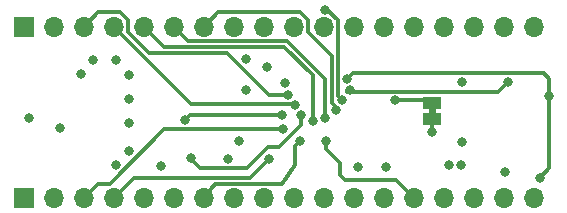
<source format=gbr>
%TF.GenerationSoftware,KiCad,Pcbnew,(5.1.10-1-10_14)*%
%TF.CreationDate,2021-07-19T22:46:51-06:00*%
%TF.ProjectId,f0-study-board,66302d73-7475-4647-992d-626f6172642e,rev?*%
%TF.SameCoordinates,Original*%
%TF.FileFunction,Copper,L4,Bot*%
%TF.FilePolarity,Positive*%
%FSLAX46Y46*%
G04 Gerber Fmt 4.6, Leading zero omitted, Abs format (unit mm)*
G04 Created by KiCad (PCBNEW (5.1.10-1-10_14)) date 2021-07-19 22:46:51*
%MOMM*%
%LPD*%
G01*
G04 APERTURE LIST*
%TA.AperFunction,EtchedComponent*%
%ADD10C,0.100000*%
%TD*%
%TA.AperFunction,SMDPad,CuDef*%
%ADD11R,1.500000X1.000000*%
%TD*%
%TA.AperFunction,ComponentPad*%
%ADD12O,1.700000X1.700000*%
%TD*%
%TA.AperFunction,ComponentPad*%
%ADD13R,1.700000X1.700000*%
%TD*%
%TA.AperFunction,ViaPad*%
%ADD14C,0.800000*%
%TD*%
%TA.AperFunction,Conductor*%
%ADD15C,0.300000*%
%TD*%
G04 APERTURE END LIST*
D10*
%TO.C,JP1*%
G36*
X134300000Y-106900000D02*
G01*
X134300000Y-107400000D01*
X134900000Y-107400000D01*
X134900000Y-106900000D01*
X134300000Y-106900000D01*
G37*
%TD*%
D11*
%TO.P,JP1,2*%
%TO.N,Net-(D2-Pad2)*%
X134600000Y-107800000D03*
%TO.P,JP1,1*%
%TO.N,PA11*%
X134600000Y-106500000D03*
%TD*%
D12*
%TO.P,J2,18*%
%TO.N,SWCLK*%
X143180000Y-114500000D03*
%TO.P,J2,17*%
%TO.N,SWDIO*%
X140640000Y-114500000D03*
%TO.P,J2,16*%
%TO.N,PB12*%
X138100000Y-114500000D03*
%TO.P,J2,15*%
%TO.N,PB11*%
X135560000Y-114500000D03*
%TO.P,J2,14*%
%TO.N,PB10*%
X133020000Y-114500000D03*
%TO.P,J2,13*%
%TO.N,PB2*%
X130480000Y-114500000D03*
%TO.P,J2,12*%
%TO.N,PB1*%
X127940000Y-114500000D03*
%TO.P,J2,11*%
%TO.N,PB0*%
X125400000Y-114500000D03*
%TO.P,J2,10*%
%TO.N,PA7*%
X122860000Y-114500000D03*
%TO.P,J2,9*%
%TO.N,PA6*%
X120320000Y-114500000D03*
%TO.P,J2,8*%
%TO.N,PA5*%
X117780000Y-114500000D03*
%TO.P,J2,7*%
%TO.N,PA4*%
X115240000Y-114500000D03*
%TO.P,J2,6*%
%TO.N,PA3*%
X112700000Y-114500000D03*
%TO.P,J2,5*%
%TO.N,PA2*%
X110160000Y-114500000D03*
%TO.P,J2,4*%
%TO.N,PA1*%
X107620000Y-114500000D03*
%TO.P,J2,3*%
%TO.N,PA0*%
X105080000Y-114500000D03*
%TO.P,J2,2*%
%TO.N,GND*%
X102540000Y-114500000D03*
D13*
%TO.P,J2,1*%
%TO.N,VCC*%
X100000000Y-114500000D03*
%TD*%
D12*
%TO.P,J1,18*%
%TO.N,PB13*%
X143180000Y-100000000D03*
%TO.P,J1,17*%
%TO.N,PB14*%
X140640000Y-100000000D03*
%TO.P,J1,16*%
%TO.N,PB15*%
X138100000Y-100000000D03*
%TO.P,J1,15*%
%TO.N,PA8*%
X135560000Y-100000000D03*
%TO.P,J1,14*%
%TO.N,PA9*%
X133020000Y-100000000D03*
%TO.P,J1,13*%
%TO.N,PA10*%
X130480000Y-100000000D03*
%TO.P,J1,12*%
%TO.N,PA11*%
X127940000Y-100000000D03*
%TO.P,J1,11*%
%TO.N,PA12*%
X125400000Y-100000000D03*
%TO.P,J1,10*%
%TO.N,PA15*%
X122860000Y-100000000D03*
%TO.P,J1,9*%
%TO.N,PB3*%
X120320000Y-100000000D03*
%TO.P,J1,8*%
%TO.N,PB4*%
X117780000Y-100000000D03*
%TO.P,J1,7*%
%TO.N,PB5*%
X115240000Y-100000000D03*
%TO.P,J1,6*%
%TO.N,PB6*%
X112700000Y-100000000D03*
%TO.P,J1,5*%
%TO.N,PB7*%
X110160000Y-100000000D03*
%TO.P,J1,4*%
%TO.N,PB8*%
X107620000Y-100000000D03*
%TO.P,J1,3*%
%TO.N,PB9*%
X105080000Y-100000000D03*
%TO.P,J1,2*%
%TO.N,GND*%
X102540000Y-100000000D03*
D13*
%TO.P,J1,1*%
%TO.N,+3V3*%
X100000000Y-100000000D03*
%TD*%
D14*
%TO.N,GND*%
X108900000Y-108200000D03*
X108900000Y-110500000D03*
X103100000Y-108600000D03*
X100500000Y-107700000D03*
X105900000Y-102800000D03*
X118800000Y-102700000D03*
X117300000Y-111200000D03*
X130700000Y-111900000D03*
X137000000Y-111700000D03*
X107800000Y-111700000D03*
X104900000Y-104000000D03*
X137100000Y-109800000D03*
X136000000Y-111700000D03*
X122100000Y-104800000D03*
X111600000Y-111800000D03*
X118250000Y-109700000D03*
%TO.N,+3V3*%
X108900000Y-106100000D03*
X107800000Y-102800000D03*
X108900000Y-104100000D03*
X118800000Y-105400000D03*
X128300000Y-111900000D03*
X140800000Y-112300000D03*
X137100000Y-104700000D03*
X120600000Y-103400000D03*
%TO.N,NRST*%
X121900000Y-107500000D03*
X113700000Y-107900000D03*
%TO.N,Net-(D2-Pad2)*%
X134600000Y-108900000D03*
%TO.N,PB10*%
X125623030Y-109701370D03*
%TO.N,PB9*%
X122400000Y-105800000D03*
%TO.N,PB8*%
X122945299Y-106667948D03*
%TO.N,PB7*%
X124500000Y-108000000D03*
%TO.N,PB6*%
X125500000Y-107750000D03*
%TO.N,PB5*%
X126445299Y-107082052D03*
%TO.N,PB4*%
X127000000Y-106250000D03*
X125503308Y-98553683D03*
%TO.N,SWCLK*%
X144500000Y-105900000D03*
X143700000Y-112800000D03*
X127383070Y-104423811D03*
%TO.N,SWDIO*%
X127600000Y-105400000D03*
X141000000Y-104700000D03*
%TO.N,PA11*%
X131462549Y-106250000D03*
%TO.N,PA4*%
X123400000Y-109692491D03*
%TO.N,PA1*%
X120800000Y-111200000D03*
%TO.N,PA0*%
X122000000Y-108700000D03*
%TO.N,/BOOT0*%
X123500000Y-107500000D03*
X114200000Y-111100000D03*
%TD*%
D15*
%TO.N,NRST*%
X114099999Y-107500001D02*
X113700000Y-107900000D01*
X121900000Y-107500000D02*
X114099999Y-107500001D01*
%TO.N,Net-(D2-Pad2)*%
X134600000Y-107800000D02*
X134600000Y-108800000D01*
%TO.N,PB10*%
X125623030Y-110333032D02*
X126800000Y-111510002D01*
X125623030Y-109701370D02*
X125623030Y-110333032D01*
X126800000Y-111510002D02*
X126800000Y-112600000D01*
X126800000Y-112600000D02*
X127200000Y-113000000D01*
X131520000Y-113000000D02*
X133020000Y-114500000D01*
X127200000Y-113000000D02*
X131520000Y-113000000D01*
%TO.N,PB9*%
X106280001Y-98799999D02*
X105080000Y-100000000D01*
X108820001Y-99423999D02*
X108196001Y-98799999D01*
X108820001Y-100436003D02*
X108820001Y-99423999D01*
X108196001Y-98799999D02*
X106280001Y-98799999D01*
X110584019Y-102200021D02*
X108820001Y-100436003D01*
X120789998Y-105800000D02*
X117190019Y-102200021D01*
X117190019Y-102200021D02*
X110584019Y-102200021D01*
X122400000Y-105800000D02*
X120789998Y-105800000D01*
%TO.N,PB8*%
X114170001Y-106550001D02*
X107620000Y-100000000D01*
X122760001Y-106550001D02*
X114170001Y-106550001D01*
%TO.N,PB7*%
X124500000Y-108000000D02*
X124500000Y-104123122D01*
X111860011Y-101700011D02*
X110160000Y-100000000D01*
X122076889Y-101700011D02*
X111860011Y-101700011D01*
X124500000Y-104123122D02*
X122076889Y-101700011D01*
%TO.N,PB6*%
X113900001Y-101200001D02*
X112700000Y-100000000D01*
X122283999Y-101200001D02*
X113900001Y-101200001D01*
X125500000Y-104416002D02*
X122283999Y-101200001D01*
X125500000Y-107750000D02*
X125500000Y-104416002D01*
%TO.N,PB5*%
X126445299Y-106805301D02*
X126099991Y-106459993D01*
X126445299Y-107082052D02*
X126445299Y-106805301D01*
X116440001Y-98799999D02*
X115240000Y-100000000D01*
X123436001Y-98799999D02*
X116440001Y-98799999D01*
X124060001Y-99423999D02*
X123436001Y-98799999D01*
X124060001Y-100436003D02*
X124060001Y-99423999D01*
X126099991Y-102475993D02*
X124060001Y-100436003D01*
X126099991Y-106459993D02*
X126099991Y-102475993D01*
%TO.N,PB4*%
X125729685Y-98553683D02*
X125503308Y-98553683D01*
X126600001Y-105850001D02*
X126600001Y-99423999D01*
X126600001Y-99423999D02*
X125729685Y-98553683D01*
X127000000Y-106250000D02*
X126600001Y-105850001D01*
%TO.N,SWCLK*%
X144500000Y-104400000D02*
X144500000Y-105900000D01*
X144049999Y-103949999D02*
X144500000Y-104400000D01*
X144500000Y-112000000D02*
X144500000Y-105900000D01*
X143700000Y-112800000D02*
X144500000Y-112000000D01*
X127856882Y-103949999D02*
X128049999Y-103949999D01*
X127383070Y-104423811D02*
X127856882Y-103949999D01*
X128049999Y-103949999D02*
X144049999Y-103949999D01*
X127866546Y-103949999D02*
X128049999Y-103949999D01*
%TO.N,SWDIO*%
X141000000Y-104700000D02*
X140200000Y-105500000D01*
X140200000Y-105500000D02*
X127400000Y-105500000D01*
%TO.N,PA11*%
X134500000Y-106600000D02*
X134600000Y-106500000D01*
X134350000Y-106250000D02*
X134600000Y-106500000D01*
X131462549Y-106250000D02*
X134350000Y-106250000D01*
%TO.N,PA4*%
X116200000Y-113300000D02*
X115240000Y-114500000D01*
X123013239Y-111686761D02*
X121900000Y-113300000D01*
X121900000Y-113300000D02*
X116200000Y-113300000D01*
X123013239Y-110079252D02*
X123400000Y-109692491D01*
X123013239Y-111686761D02*
X123013239Y-110079252D01*
%TO.N,PA1*%
X109320010Y-112799990D02*
X107620000Y-114500000D01*
X119200010Y-112799990D02*
X109320010Y-112799990D01*
X120800000Y-111200000D02*
X119200010Y-112799990D01*
%TO.N,PA0*%
X107310003Y-113299999D02*
X106280001Y-113299999D01*
X106280001Y-113299999D02*
X105080000Y-114500000D01*
X111910002Y-108700000D02*
X107310003Y-113299999D01*
X122000000Y-108700000D02*
X111910002Y-108700000D01*
%TO.N,/BOOT0*%
X123500000Y-108310002D02*
X121610002Y-110200000D01*
X123500000Y-107500000D02*
X123500000Y-108310002D01*
X118939997Y-111950001D02*
X114950001Y-111950001D01*
X120689998Y-110200000D02*
X118939997Y-111950001D01*
X121610002Y-110200000D02*
X120689998Y-110200000D01*
X114200000Y-111200000D02*
X114200000Y-111100000D01*
X114950001Y-111950001D02*
X114200000Y-111200000D01*
%TD*%
M02*

</source>
